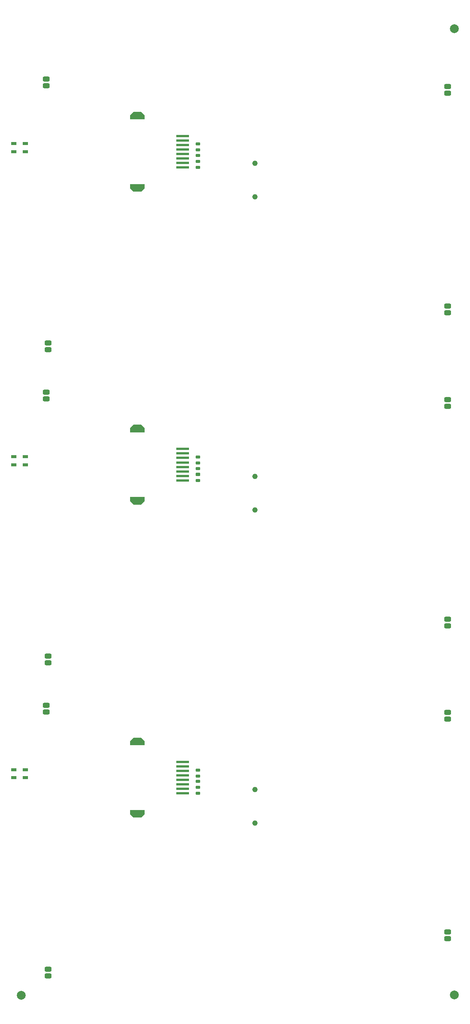
<source format=gbp>
G04*
G04 #@! TF.GenerationSoftware,Altium Limited,Altium Designer,18.1.9 (240)*
G04*
G04 Layer_Color=128*
%FSLAX24Y24*%
%MOIN*%
G70*
G01*
G75*
G04:AMPARAMS|DCode=16|XSize=78.7mil|YSize=78.7mil|CornerRadius=39.4mil|HoleSize=0mil|Usage=FLASHONLY|Rotation=90.000|XOffset=0mil|YOffset=0mil|HoleType=Round|Shape=RoundedRectangle|*
%AMROUNDEDRECTD16*
21,1,0.0787,0.0000,0,0,90.0*
21,1,0.0000,0.0787,0,0,90.0*
1,1,0.0787,0.0000,0.0000*
1,1,0.0787,0.0000,0.0000*
1,1,0.0787,0.0000,0.0000*
1,1,0.0787,0.0000,0.0000*
%
%ADD16ROUNDEDRECTD16*%
G04:AMPARAMS|DCode=37|XSize=27.1mil|YSize=37.4mil|CornerRadius=4.8mil|HoleSize=0mil|Usage=FLASHONLY|Rotation=90.000|XOffset=0mil|YOffset=0mil|HoleType=Round|Shape=RoundedRectangle|*
%AMROUNDEDRECTD37*
21,1,0.0271,0.0277,0,0,90.0*
21,1,0.0175,0.0374,0,0,90.0*
1,1,0.0097,0.0139,0.0087*
1,1,0.0097,0.0139,-0.0087*
1,1,0.0097,-0.0139,-0.0087*
1,1,0.0097,-0.0139,0.0087*
%
%ADD37ROUNDEDRECTD37*%
G04:AMPARAMS|DCode=69|XSize=48mil|YSize=48mil|CornerRadius=24mil|HoleSize=0mil|Usage=FLASHONLY|Rotation=180.000|XOffset=0mil|YOffset=0mil|HoleType=Round|Shape=RoundedRectangle|*
%AMROUNDEDRECTD69*
21,1,0.0480,0.0000,0,0,180.0*
21,1,0.0000,0.0480,0,0,180.0*
1,1,0.0480,0.0000,0.0000*
1,1,0.0480,0.0000,0.0000*
1,1,0.0480,0.0000,0.0000*
1,1,0.0480,0.0000,0.0000*
%
%ADD69ROUNDEDRECTD69*%
%ADD70R,0.1181X0.0220*%
%ADD71R,0.0472X0.0315*%
G04:AMPARAMS|DCode=72|XSize=44mil|YSize=61mil|CornerRadius=10.5mil|HoleSize=0mil|Usage=FLASHONLY|Rotation=90.000|XOffset=0mil|YOffset=0mil|HoleType=Round|Shape=RoundedRectangle|*
%AMROUNDEDRECTD72*
21,1,0.0440,0.0400,0,0,90.0*
21,1,0.0230,0.0610,0,0,90.0*
1,1,0.0210,0.0200,0.0115*
1,1,0.0210,0.0200,-0.0115*
1,1,0.0210,-0.0200,-0.0115*
1,1,0.0210,-0.0200,0.0115*
%
%ADD72ROUNDEDRECTD72*%
G36*
X14506Y80293D02*
X14817Y79982D01*
X14817Y79616D01*
X13506Y79616D01*
X13506Y79982D01*
X13817Y80293D01*
X14506Y80293D01*
D02*
G37*
G36*
X14817Y73828D02*
X14817Y73462D01*
X14506Y73151D01*
X13817Y73151D01*
X13506Y73462D01*
X13506Y73828D01*
X14817Y73828D01*
D02*
G37*
G36*
X14506Y52301D02*
X14817Y51990D01*
X14817Y51624D01*
X13506Y51624D01*
X13506Y51990D01*
X13817Y52301D01*
X14506Y52301D01*
D02*
G37*
G36*
X14817Y45836D02*
X14817Y45470D01*
X14506Y45159D01*
X13817Y45159D01*
X13506Y45470D01*
X13506Y45836D01*
X14817Y45836D01*
D02*
G37*
G36*
X14506Y24309D02*
X14817Y23998D01*
X14817Y23632D01*
X13506Y23632D01*
X13506Y23998D01*
X13817Y24309D01*
X14506Y24309D01*
D02*
G37*
G36*
X14817Y17844D02*
X14817Y17478D01*
X14506Y17167D01*
X13817Y17167D01*
X13506Y17478D01*
X13506Y17844D01*
X14817Y17844D01*
D02*
G37*
G54D16*
X42528Y87726D02*
D03*
Y1328D02*
D03*
X3789Y1289D02*
D03*
G54D37*
X19598Y19874D02*
D03*
Y19338D02*
D03*
Y20405D02*
D03*
Y19870D02*
D03*
Y21419D02*
D03*
Y20884D02*
D03*
Y47866D02*
D03*
Y47330D02*
D03*
Y48397D02*
D03*
Y47862D02*
D03*
Y49411D02*
D03*
Y48876D02*
D03*
Y75858D02*
D03*
Y75323D02*
D03*
Y76389D02*
D03*
Y75854D02*
D03*
Y77403D02*
D03*
Y76868D02*
D03*
G54D69*
X24697Y16697D02*
D03*
Y19697D02*
D03*
Y44689D02*
D03*
Y47689D02*
D03*
Y72681D02*
D03*
Y75681D02*
D03*
G54D70*
X18230Y19734D02*
D03*
Y20136D02*
D03*
Y22143D02*
D03*
Y21742D02*
D03*
Y21340D02*
D03*
Y20939D02*
D03*
Y20537D02*
D03*
Y19332D02*
D03*
Y47726D02*
D03*
Y48128D02*
D03*
Y50136D02*
D03*
Y49734D02*
D03*
Y49332D02*
D03*
Y48931D02*
D03*
Y48529D02*
D03*
Y47324D02*
D03*
Y75718D02*
D03*
Y76120D02*
D03*
Y78128D02*
D03*
Y77726D02*
D03*
Y77324D02*
D03*
Y76923D02*
D03*
Y76521D02*
D03*
Y75317D02*
D03*
G54D71*
X3119Y20735D02*
D03*
Y21464D02*
D03*
X4139D02*
D03*
Y20735D02*
D03*
X3119Y48727D02*
D03*
Y49456D02*
D03*
X4139D02*
D03*
Y48727D02*
D03*
X3119Y76719D02*
D03*
Y77448D02*
D03*
X4139D02*
D03*
Y76719D02*
D03*
G54D72*
X41911Y6334D02*
D03*
Y6934D02*
D03*
X5999Y27229D02*
D03*
Y26629D02*
D03*
X6179Y3619D02*
D03*
Y3019D02*
D03*
X41919Y26569D02*
D03*
Y25969D02*
D03*
X41911Y34326D02*
D03*
Y34926D02*
D03*
X5999Y55222D02*
D03*
Y54622D02*
D03*
X6179Y31611D02*
D03*
Y31012D02*
D03*
X41919Y54562D02*
D03*
Y53962D02*
D03*
X41911Y62318D02*
D03*
Y62918D02*
D03*
X5999Y83214D02*
D03*
Y82614D02*
D03*
X6179Y59604D02*
D03*
Y59004D02*
D03*
X41919Y82554D02*
D03*
Y81954D02*
D03*
M02*

</source>
